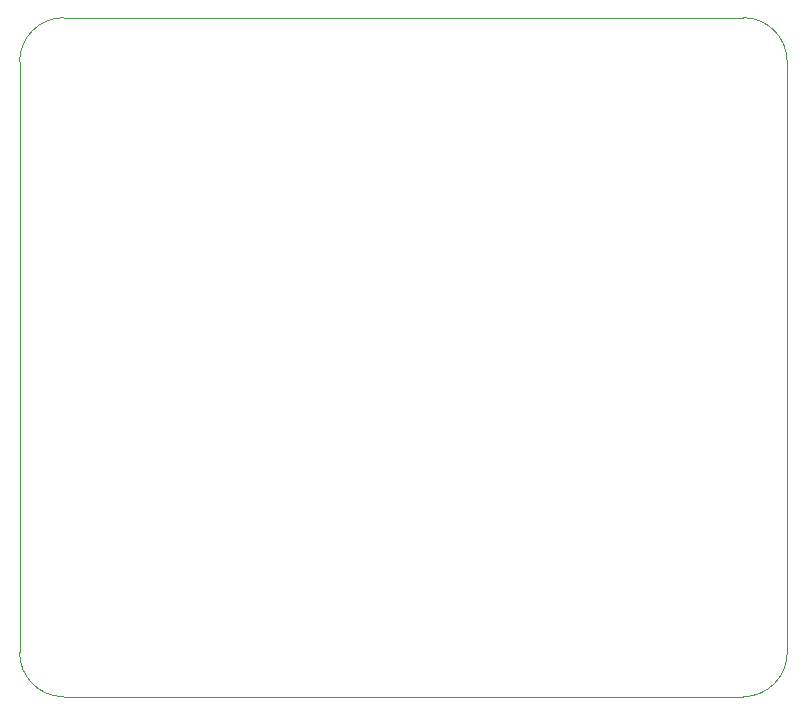
<source format=gbr>
%TF.GenerationSoftware,KiCad,Pcbnew,(5.1.6-0)*%
%TF.CreationDate,2023-05-05T18:05:41-07:00*%
%TF.ProjectId,LM3886-bal-tht,4c4d3338-3836-42d6-9261-6c2d7468742e,rev?*%
%TF.SameCoordinates,Original*%
%TF.FileFunction,Profile,NP*%
%FSLAX46Y46*%
G04 Gerber Fmt 4.6, Leading zero omitted, Abs format (unit mm)*
G04 Created by KiCad (PCBNEW (5.1.6-0)) date 2023-05-05 18:05:41*
%MOMM*%
%LPD*%
G01*
G04 APERTURE LIST*
%TA.AperFunction,Profile*%
%ADD10C,0.050000*%
%TD*%
G04 APERTURE END LIST*
D10*
X77500000Y-56250000D02*
G75*
G02*
X81250000Y-52500000I3750000J0D01*
G01*
X138750000Y-52500000D02*
G75*
G02*
X142500000Y-56250000I0J-3750000D01*
G01*
X142500000Y-106250000D02*
G75*
G02*
X138750000Y-110000000I-3750000J0D01*
G01*
X81250000Y-110000000D02*
G75*
G02*
X77500000Y-106250000I0J3750000D01*
G01*
X77500000Y-56250000D02*
X77500000Y-106250000D01*
X138750000Y-52500000D02*
X81250000Y-52500000D01*
X142500000Y-106250000D02*
X142500000Y-56250000D01*
X138750000Y-110000000D02*
X81250000Y-110000000D01*
M02*

</source>
